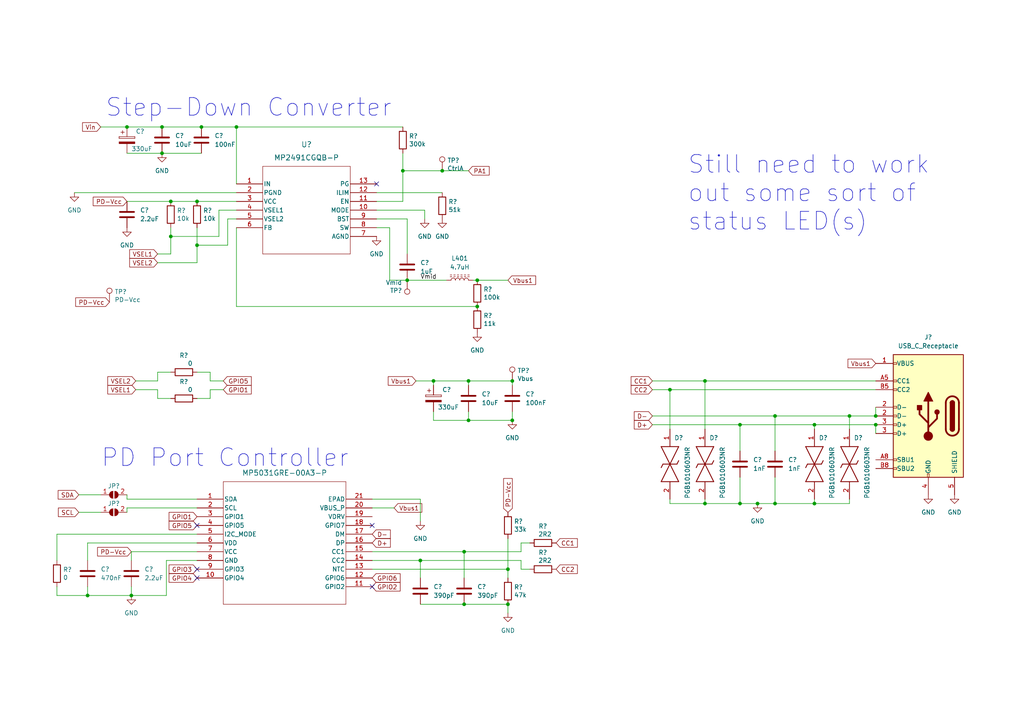
<source format=kicad_sch>
(kicad_sch (version 20211123) (generator eeschema)
  (paper "A4")
  (lib_symbols
    (symbol "Connector:TestPoint" (pin_numbers hide) (pin_names (offset 0.762) hide)
      (property "Reference" "TP" (at 0 6.858 0))
      (property "Value" "TestPoint" (at 0 5.08 0))
      (symbol "TestPoint_0_1"
        (circle (center 0 3.302) (radius 0.762))
      )
      (symbol "TestPoint_1_1"
        (pin passive line (at 0 0 90) (length 2.54) (name "1") (number "1"))
      )
    )
    (symbol "Device:C" (pin_numbers hide) (pin_names (offset 0.254))
      (property "Reference" "C" (at 0.635 2.54 0))
      (property "Value" "C" (at 0.635 -2.54 0))
      (symbol "C_0_1"
        (polyline (pts (xy -2.032 -0.762) (xy 2.032 -0.762)) (stroke (width 0.508)))
        (polyline (pts (xy -2.032 0.762) (xy 2.032 0.762)) (stroke (width 0.508)))
      )
      (symbol "C_1_1"
        (pin passive line (at 0 3.81 270) (length 2.794) (name "~") (number "1"))
        (pin passive line (at 0 -3.81 90) (length 2.794) (name "~") (number "2"))
      )
    )
    (symbol "Device:CP" (pin_numbers hide) (pin_names (offset 0.254))
      (property "Reference" "C" (at 0.635 2.54 0))
      (property "Value" "Device_CP" (at 0.635 -2.54 0))
      (symbol "CP_0_1"
        (rectangle (start -2.286 0.508) (end -2.286 1.016))
        (rectangle (start -2.286 0.508) (end 2.286 0.508))
        (polyline (pts (xy -1.778 2.286) (xy -0.762 2.286)))
        (polyline (pts (xy -1.27 2.794) (xy -1.27 1.778)))
        (rectangle (start 2.286 -0.508) (end -2.286 -1.016) (fill (type outline)))
        (rectangle (start 2.286 1.016) (end -2.286 1.016))
        (rectangle (start 2.286 1.016) (end 2.286 0.508))
      )
      (symbol "CP_1_1"
        (pin passive line (at 0 3.81 270) (length 2.794) (name "~") (number "1"))
        (pin passive line (at 0 -3.81 90) (length 2.794) (name "~") (number "2"))
      )
    )
    (symbol "Device:L_Ferrite" (pin_numbers hide) (pin_names (offset 1.016) hide)
      (property "Reference" "L" (at -1.27 0 90))
      (property "Value" "L_Ferrite" (at 2.794 0 90))
      (symbol "L_Ferrite_0_1"
        (arc (start 0 -2.54) (mid 0.635 -1.905) (end 0 -1.27))
        (arc (start 0 -1.27) (mid 0.635 -0.635) (end 0 0))
        (polyline (pts (xy 1.016 -2.794) (xy 1.016 -2.286)))
        (polyline (pts (xy 1.016 -1.778) (xy 1.016 -1.27)))
        (polyline (pts (xy 1.016 -0.762) (xy 1.016 -0.254)))
        (polyline (pts (xy 1.016 0.254) (xy 1.016 0.762)))
        (polyline (pts (xy 1.016 1.27) (xy 1.016 1.778)))
        (polyline (pts (xy 1.016 2.286) (xy 1.016 2.794)))
        (polyline (pts (xy 1.524 -2.286) (xy 1.524 -2.794)))
        (polyline (pts (xy 1.524 -1.27) (xy 1.524 -1.778)))
        (polyline (pts (xy 1.524 -0.254) (xy 1.524 -0.762)))
        (polyline (pts (xy 1.524 0.762) (xy 1.524 0.254)))
        (polyline (pts (xy 1.524 1.778) (xy 1.524 1.27)))
        (polyline (pts (xy 1.524 2.794) (xy 1.524 2.286)))
        (arc (start 0 0) (mid 0.635 0.635) (end 0 1.27))
        (arc (start 0 1.27) (mid 0.635 1.905) (end 0 2.54))
      )
      (symbol "L_Ferrite_1_1"
        (pin passive line (at 0 3.81 270) (length 1.27) (name "1") (number "1"))
        (pin passive line (at 0 -3.81 90) (length 1.27) (name "2") (number "2"))
      )
    )
    (symbol "Device:R" (pin_numbers hide) (pin_names (offset 0))
      (property "Reference" "R" (at 2.032 0 90))
      (property "Value" "R" (at 0 0 90))
      (symbol "R_0_1"
        (rectangle (start -1.016 -2.54) (end 1.016 2.54) (stroke (width 0.254)))
      )
      (symbol "R_1_1"
        (pin passive line (at 0 3.81 270) (length 1.27) (name "~") (number "1"))
        (pin passive line (at 0 -3.81 90) (length 1.27) (name "~") (number "2"))
      )
    )
    (symbol "Jumper:SolderJumper_2_Open" (pin_names (offset 0) hide)
      (property "Reference" "JP" (at 0 2.032 0))
      (property "Value" "SolderJumper_2_Open" (at 0 -2.54 0))
      (symbol "SolderJumper_2_Open_0_1"
        (arc (start -0.254 1.016) (mid -1.27 0) (end -0.254 -1.016))
        (arc (start -0.254 1.016) (mid -1.27 0) (end -0.254 -1.016) (fill (type outline)))
        (polyline (pts (xy -0.254 1.016) (xy -0.254 -1.016)))
        (polyline (pts (xy 0.254 1.016) (xy 0.254 -1.016)))
        (arc (start 0.254 -1.016) (mid 1.27 0) (end 0.254 1.016))
        (arc (start 0.254 -1.016) (mid 1.27 0) (end 0.254 1.016) (fill (type outline)))
      )
      (symbol "SolderJumper_2_Open_1_1"
        (pin passive line (at -3.81 0 0) (length 2.54) (name "A") (number "1"))
        (pin passive line (at 3.81 0 180) (length 2.54) (name "B") (number "2"))
      )
    )
    (symbol "power:GND" (power) (pin_names (offset 0))
      (property "Value" "GND" (at 0 -3.81 0))
      (symbol "GND_0_1"
        (polyline (pts (xy 0 0) (xy 0 -1.27) (xy 1.27 -1.27) (xy 0 -2.54) (xy -1.27 -1.27) (xy 0 -1.27)))
      )
      (symbol "GND_1_1"
        (pin power_in line (at 0 0 270) (length 0) hide (name "GND") (number "1"))
      )
    )
    (symbol "tinker:MP2491CGQB-P" (pin_names (offset 0.254))
      (property "Reference" "U" (at 20.32 10.16 0))
      (property "Value" "MP2491CGQB-P" (at 20.32 7.62 0))
      (symbol "MP2491CGQB-P_0_1"
        (polyline (pts (xy 7.62 -20.32) (xy 33.02 -20.32)) (stroke (width 0.127)))
        (polyline (pts (xy 7.62 5.08) (xy 7.62 -20.32)) (stroke (width 0.127)))
        (polyline (pts (xy 33.02 -20.32) (xy 33.02 5.08)) (stroke (width 0.127)))
        (polyline (pts (xy 33.02 5.08) (xy 7.62 5.08)) (stroke (width 0.127)))
        (pin power_in line (at 0 0 0) (length 7.62) (name "IN") (number "1"))
        (pin unspecified line (at 40.64 -7.62 180) (length 7.62) (name "MODE") (number "10"))
        (pin unspecified line (at 40.64 -5.08 180) (length 7.62) (name "EN") (number "11"))
        (pin unspecified line (at 40.64 -2.54 180) (length 7.62) (name "ILIM") (number "12"))
        (pin output line (at 40.64 0 180) (length 7.62) (name "PG") (number "13"))
        (pin power_out line (at 0 -2.54 0) (length 7.62) (name "PGND") (number "2"))
        (pin power_in line (at 0 -5.08 0) (length 7.62) (name "VCC") (number "3"))
        (pin unspecified line (at 0 -7.62 0) (length 7.62) (name "VSEL1") (number "4"))
        (pin unspecified line (at 0 -10.16 0) (length 7.62) (name "VSEL2") (number "5"))
        (pin unspecified line (at 0 -12.7 0) (length 7.62) (name "FB") (number "6"))
        (pin power_out line (at 40.64 -15.24 180) (length 7.62) (name "AGND") (number "7"))
        (pin output line (at 40.64 -12.7 180) (length 7.62) (name "SW") (number "8"))
        (pin unspecified line (at 40.64 -10.16 180) (length 7.62) (name "BST") (number "9"))
      )
    )
    (symbol "tinker:MP5031GRE-00A3-P" (pin_names (offset 0.254))
      (property "Reference" "U" (at 25.4 10.16 0))
      (property "Value" "MP5031GRE-00A3-P" (at 25.4 7.62 0))
      (symbol "MP5031GRE-00A3-P_0_1"
        (polyline (pts (xy 7.62 -30.48) (xy 43.18 -30.48)) (stroke (width 0.127)))
        (polyline (pts (xy 7.62 5.08) (xy 7.62 -30.48)) (stroke (width 0.127)))
        (polyline (pts (xy 43.18 -30.48) (xy 43.18 5.08)) (stroke (width 0.127)))
        (polyline (pts (xy 43.18 5.08) (xy 7.62 5.08)) (stroke (width 0.127)))
        (pin bidirectional line (at 0 0 0) (length 7.62) (name "SDA") (number "1"))
        (pin bidirectional line (at 0 -22.86 0) (length 7.62) (name "GPIO4") (number "10"))
        (pin bidirectional line (at 50.8 -25.4 180) (length 7.62) (name "GPIO2") (number "11"))
        (pin bidirectional line (at 50.8 -22.86 180) (length 7.62) (name "GPIO6") (number "12"))
        (pin input line (at 50.8 -20.32 180) (length 7.62) (name "NTC") (number "13"))
        (pin bidirectional line (at 50.8 -17.78 180) (length 7.62) (name "CC2") (number "14"))
        (pin bidirectional line (at 50.8 -15.24 180) (length 7.62) (name "CC1") (number "15"))
        (pin bidirectional line (at 50.8 -12.7 180) (length 7.62) (name "DP") (number "16"))
        (pin bidirectional line (at 50.8 -10.16 180) (length 7.62) (name "DM") (number "17"))
        (pin bidirectional line (at 50.8 -7.62 180) (length 7.62) (name "GPIO7") (number "18"))
        (pin output line (at 50.8 -5.08 180) (length 7.62) (name "VDRV") (number "19"))
        (pin bidirectional line (at 0 -2.54 0) (length 7.62) (name "SCL") (number "2"))
        (pin power_in line (at 50.8 -2.54 180) (length 7.62) (name "VBUS_P") (number "20"))
        (pin power_in line (at 50.8 0 180) (length 7.62) (name "EPAD") (number "21"))
        (pin bidirectional line (at 0 -5.08 0) (length 7.62) (name "GPIO1") (number "3"))
        (pin bidirectional line (at 0 -7.62 0) (length 7.62) (name "GPIO5") (number "4"))
        (pin input line (at 0 -10.16 0) (length 7.62) (name "I2C_MODE") (number "5"))
        (pin power_in line (at 0 -12.7 0) (length 7.62) (name "VDD") (number "6"))
        (pin input line (at 0 -15.24 0) (length 7.62) (name "VCC") (number "7"))
        (pin power_in line (at 0 -17.78 0) (length 7.62) (name "GND") (number "8"))
        (pin bidirectional line (at 0 -20.32 0) (length 7.62) (name "GPIO3") (number "9"))
      )
    )
    (symbol "tinker:PGB1010603NR" (pin_names hide)
      (property "Reference" "D2" (at 2.54 -3.81 90))
      (property "Value" "PGB1010603NR" (at 2.54 3.81 0))
      (symbol "PGB1010603NR_1_1"
        (polyline (pts (xy 5.08 2.54) (xy 5.08 -2.54)) (stroke (width 0.254)))
        (polyline (pts (xy 5.08 2.54) (xy 10.16 0)) (stroke (width 0.254)))
        (polyline (pts (xy 9.144 2.54) (xy 10.16 2.032)) (stroke (width 0.254)))
        (polyline (pts (xy 10.16 -2.032) (xy 10.16 2.032)) (stroke (width 0.254)))
        (polyline (pts (xy 10.16 -2.032) (xy 11.176 -2.54)) (stroke (width 0.254)))
        (polyline (pts (xy 10.16 0) (xy 5.08 -2.54)) (stroke (width 0.254)))
        (polyline (pts (xy 10.16 0) (xy 15.24 -2.54)) (stroke (width 0.254)))
        (polyline (pts (xy 15.24 2.54) (xy 10.16 0)) (stroke (width 0.254)))
        (polyline (pts (xy 15.24 2.54) (xy 15.24 -2.54)) (stroke (width 0.254)))
        (pin passive line (at 0 0 0) (length 5.08) (name "1") (number "1"))
        (pin passive line (at 20.32 0 180) (length 5.08) (name "2") (number "2"))
      )
    )
    (symbol "tinker:USB_C_2.0" (pin_names (offset 1.016))
      (property "Reference" "J" (at -10.16 19.05 0))
      (property "Value" "USB_C_2.0" (at 19.05 19.05 0))
      (symbol "USB_C_2.0_0_0"
        (rectangle (start -0.254 -17.78) (end 0.254 -16.764))
        (rectangle (start 10.16 -14.986) (end 9.144 -15.494))
        (rectangle (start 10.16 -12.446) (end 9.144 -12.954))
        (rectangle (start 10.16 -4.826) (end 9.144 -5.334))
        (rectangle (start 10.16 -2.286) (end 9.144 -2.794))
        (rectangle (start 10.16 0.254) (end 9.144 -0.254))
        (rectangle (start 10.16 2.794) (end 9.144 2.286))
        (rectangle (start 10.16 7.874) (end 9.144 7.366))
        (rectangle (start 10.16 10.414) (end 9.144 9.906))
        (rectangle (start 10.16 15.494) (end 9.144 14.986))
      )
      (symbol "USB_C_2.0_0_1"
        (rectangle (start -10.16 17.78) (end 10.16 -17.78) (stroke (width 0.254)) (fill (type background)))
        (arc (start -8.89 -3.81) (mid -6.985 -5.715) (end -5.08 -3.81) (stroke (width 0.508)))
        (arc (start -7.62 -3.81) (mid -6.985 -4.445) (end -6.35 -3.81) (stroke (width 0.254)))
        (arc (start -7.62 -3.81) (mid -6.985 -4.445) (end -6.35 -3.81) (stroke (width 0.254)) (fill (type outline)))
        (rectangle (start -7.62 -3.81) (end -6.35 3.81) (stroke (width 0.254)) (fill (type outline)))
        (arc (start -6.35 3.81) (mid -6.985 4.445) (end -7.62 3.81) (stroke (width 0.254)))
        (arc (start -6.35 3.81) (mid -6.985 4.445) (end -7.62 3.81) (stroke (width 0.254)) (fill (type outline)))
        (arc (start -5.08 3.81) (mid -6.985 5.715) (end -8.89 3.81) (stroke (width 0.508)))
        (circle (center -2.54 1.143) (radius 0.635) (stroke (width 0.254)) (fill (type outline)))
        (circle (center 0 -5.842) (radius 1.27) (fill (type outline)))
        (polyline (pts (xy -8.89 -3.81) (xy -8.89 3.81)) (stroke (width 0.508)))
        (polyline (pts (xy -5.08 3.81) (xy -5.08 -3.81)) (stroke (width 0.508)))
        (polyline (pts (xy 0 -5.842) (xy 0 4.318)) (stroke (width 0.508)))
        (polyline (pts (xy 0 -3.302) (xy -2.54 -0.762) (xy -2.54 0.508)) (stroke (width 0.508)))
        (polyline (pts (xy 0 -2.032) (xy 2.54 0.508) (xy 2.54 1.778)) (stroke (width 0.508)))
        (polyline (pts (xy -1.27 4.318) (xy 0 6.858) (xy 1.27 4.318) (xy -1.27 4.318)) (stroke (width 0.254)) (fill (type outline)))
        (rectangle (start 1.905 1.778) (end 3.175 3.048) (stroke (width 0.254)) (fill (type outline)))
      )
      (symbol "USB_C_2.0_1_1"
        (pin passive line (at 15.24 15.24 180) (length 5.08) (name "VBUS") (number "1"))
        (pin bidirectional line (at 15.24 0 180) (length 5.08) (name "D-") (number "2"))
        (pin bidirectional line (at 15.24 2.54 180) (length 5.08) (name "D-") (number "2"))
        (pin bidirectional line (at 15.24 -5.08 180) (length 5.08) (name "D+") (number "3"))
        (pin bidirectional line (at 15.24 -2.54 180) (length 5.08) (name "D+") (number "3"))
        (pin passive line (at 0 -22.86 90) (length 5.08) (name "GND") (number "4"))
        (pin passive line (at -7.62 -22.86 90) (length 5.08) (name "SHIELD") (number "5"))
        (pin bidirectional line (at 15.24 10.16 180) (length 5.08) (name "CC1") (number "A5"))
        (pin bidirectional line (at 15.24 -12.7 180) (length 5.08) (name "SBU1") (number "A8"))
        (pin bidirectional line (at 15.24 7.62 180) (length 5.08) (name "CC2") (number "B5"))
        (pin bidirectional line (at 15.24 -15.24 180) (length 5.08) (name "SBU2") (number "B8"))
      )
    )
  )
  (junction (at 46.99 36.83))
  (junction (at 224.79 120.65))
  (junction (at 116.84 49.53))
  (junction (at 128.27 49.53))
  (junction (at 147.32 175.26))
  (junction (at 219.71 146.05))
  (junction (at 36.83 36.83))
  (junction (at 46.99 44.45))
  (junction (at 49.53 58.42))
  (junction (at 236.22 123.19))
  (junction (at 38.1 172.72))
  (junction (at 135.89 121.92))
  (junction (at 254 120.65))
  (junction (at 118.11 81.28))
  (junction (at 58.42 36.83))
  (junction (at 134.62 175.26))
  (junction (at 138.43 81.28))
  (junction (at 214.63 123.19))
  (junction (at 236.22 146.05))
  (junction (at 148.59 121.92))
  (junction (at 138.43 88.9))
  (junction (at 147.32 165.1))
  (junction (at 25.4 172.72))
  (junction (at 204.47 146.05))
  (junction (at 125.73 110.49))
  (junction (at 135.89 110.49))
  (junction (at 57.15 58.42))
  (junction (at 134.62 160.02))
  (junction (at 57.15 71.12))
  (junction (at 214.63 146.05))
  (junction (at 49.53 68.58))
  (junction (at 246.38 120.65))
  (junction (at 68.58 36.83))
  (junction (at 121.92 162.56))
  (junction (at 148.59 110.49))
  (junction (at 224.79 146.05))
  (junction (at 254 123.19))
  (junction (at 194.31 113.03))
  (junction (at 204.47 110.49))
  (no_connect (at 57.15 165.1))
  (no_connect (at 57.15 167.64))
  (no_connect (at 107.95 170.18))
  (no_connect (at 107.95 152.4))
  (no_connect (at 57.15 152.4))
  (no_connect (at 109.22 53.34))
  (wire (pts (xy 45.72 115.57) (xy 49.53 115.57)))
  (wire (pts (xy 60.96 107.95) (xy 57.15 107.95)))
  (wire (pts (xy 57.15 160.02) (xy 38.1 160.02)))
  (wire (pts (xy 63.5 60.96) (xy 63.5 68.58)))
  (wire (pts (xy 151.13 160.02) (xy 134.62 160.02)))
  (wire (pts (xy 116.84 58.42) (xy 116.84 49.53)))
  (wire (pts (xy 189.23 113.03) (xy 194.31 113.03)))
  (wire (pts (xy 68.58 66.04) (xy 68.58 88.9)))
  (wire (pts (xy 236.22 123.19) (xy 236.22 124.46)))
  (wire (pts (xy 68.58 36.83) (xy 68.58 53.34)))
  (wire (pts (xy 36.83 144.78) (xy 36.83 143.51)))
  (wire (pts (xy 107.95 165.1) (xy 147.32 165.1)))
  (wire (pts (xy 121.92 144.78) (xy 121.92 151.13)))
  (wire (pts (xy 236.22 123.19) (xy 254 123.19)))
  (wire (pts (xy 189.23 120.65) (xy 224.79 120.65)))
  (wire (pts (xy 113.03 81.28) (xy 118.11 81.28)))
  (wire (pts (xy 57.15 144.78) (xy 36.83 144.78)))
  (wire (pts (xy 60.96 113.03) (xy 60.96 115.57)))
  (wire (pts (xy 151.13 165.1) (xy 151.13 162.56)))
  (wire (pts (xy 153.67 157.48) (xy 151.13 157.48)))
  (wire (pts (xy 21.59 55.88) (xy 68.58 55.88)))
  (wire (pts (xy 125.73 119.38) (xy 125.73 121.92)))
  (wire (pts (xy 16.51 172.72) (xy 25.4 172.72)))
  (wire (pts (xy 147.32 177.8) (xy 147.32 175.26)))
  (wire (pts (xy 214.63 138.43) (xy 214.63 146.05)))
  (wire (pts (xy 36.83 58.42) (xy 49.53 58.42)))
  (wire (pts (xy 49.53 68.58) (xy 63.5 68.58)))
  (wire (pts (xy 38.1 160.02) (xy 38.1 162.56)))
  (wire (pts (xy 148.59 110.49) (xy 135.89 110.49)))
  (wire (pts (xy 121.92 167.64) (xy 121.92 162.56)))
  (wire (pts (xy 109.22 58.42) (xy 116.84 58.42)))
  (wire (pts (xy 128.27 49.53) (xy 135.89 49.53)))
  (wire (pts (xy 189.23 110.49) (xy 204.47 110.49)))
  (wire (pts (xy 60.96 115.57) (xy 57.15 115.57)))
  (wire (pts (xy 116.84 49.53) (xy 128.27 49.53)))
  (wire (pts (xy 45.72 113.03) (xy 45.72 115.57)))
  (wire (pts (xy 151.13 157.48) (xy 151.13 160.02)))
  (wire (pts (xy 224.79 120.65) (xy 246.38 120.65)))
  (wire (pts (xy 57.15 154.94) (xy 16.51 154.94)))
  (wire (pts (xy 25.4 172.72) (xy 25.4 170.18)))
  (wire (pts (xy 57.15 157.48) (xy 25.4 157.48)))
  (wire (pts (xy 204.47 110.49) (xy 254 110.49)))
  (wire (pts (xy 246.38 120.65) (xy 246.38 124.46)))
  (wire (pts (xy 204.47 146.05) (xy 214.63 146.05)))
  (wire (pts (xy 116.84 49.53) (xy 116.84 44.45)))
  (wire (pts (xy 16.51 154.94) (xy 16.51 162.56)))
  (wire (pts (xy 16.51 170.18) (xy 16.51 172.72)))
  (wire (pts (xy 236.22 146.05) (xy 224.79 146.05)))
  (wire (pts (xy 134.62 160.02) (xy 134.62 167.64)))
  (wire (pts (xy 135.89 111.76) (xy 135.89 110.49)))
  (wire (pts (xy 64.77 113.03) (xy 60.96 113.03)))
  (wire (pts (xy 214.63 123.19) (xy 236.22 123.19)))
  (wire (pts (xy 107.95 144.78) (xy 121.92 144.78)))
  (wire (pts (xy 45.72 76.2) (xy 57.15 76.2)))
  (wire (pts (xy 153.67 165.1) (xy 151.13 165.1)))
  (wire (pts (xy 151.13 162.56) (xy 121.92 162.56)))
  (wire (pts (xy 113.03 66.04) (xy 113.03 81.28)))
  (wire (pts (xy 48.26 162.56) (xy 48.26 172.72)))
  (wire (pts (xy 57.15 147.32) (xy 36.83 147.32)))
  (wire (pts (xy 66.04 63.5) (xy 66.04 71.12)))
  (wire (pts (xy 204.47 144.78) (xy 204.47 146.05)))
  (wire (pts (xy 125.73 121.92) (xy 135.89 121.92)))
  (wire (pts (xy 57.15 58.42) (xy 68.58 58.42)))
  (wire (pts (xy 29.21 36.83) (xy 36.83 36.83)))
  (wire (pts (xy 36.83 36.83) (xy 46.99 36.83)))
  (wire (pts (xy 57.15 71.12) (xy 57.15 76.2)))
  (wire (pts (xy 118.11 81.28) (xy 129.54 81.28)))
  (wire (pts (xy 39.37 110.49) (xy 45.72 110.49)))
  (wire (pts (xy 148.59 119.38) (xy 148.59 121.92)))
  (wire (pts (xy 109.22 55.88) (xy 128.27 55.88)))
  (wire (pts (xy 137.16 81.28) (xy 138.43 81.28)))
  (wire (pts (xy 22.86 148.59) (xy 29.21 148.59)))
  (wire (pts (xy 49.53 58.42) (xy 57.15 58.42)))
  (wire (pts (xy 39.37 113.03) (xy 45.72 113.03)))
  (wire (pts (xy 246.38 144.78) (xy 246.38 146.05)))
  (wire (pts (xy 138.43 81.28) (xy 147.32 81.28)))
  (wire (pts (xy 60.96 110.49) (xy 60.96 107.95)))
  (wire (pts (xy 214.63 123.19) (xy 214.63 130.81)))
  (wire (pts (xy 107.95 147.32) (xy 114.3 147.32)))
  (wire (pts (xy 254 118.11) (xy 254 120.65)))
  (wire (pts (xy 224.79 120.65) (xy 224.79 130.81)))
  (wire (pts (xy 49.53 68.58) (xy 49.53 66.04)))
  (wire (pts (xy 57.15 71.12) (xy 57.15 66.04)))
  (wire (pts (xy 125.73 110.49) (xy 120.65 110.49)))
  (wire (pts (xy 224.79 146.05) (xy 219.71 146.05)))
  (wire (pts (xy 148.59 111.76) (xy 148.59 110.49)))
  (wire (pts (xy 45.72 110.49) (xy 45.72 107.95)))
  (wire (pts (xy 123.19 60.96) (xy 123.19 63.5)))
  (wire (pts (xy 189.23 123.19) (xy 214.63 123.19)))
  (wire (pts (xy 194.31 113.03) (xy 254 113.03)))
  (wire (pts (xy 36.83 44.45) (xy 46.99 44.45)))
  (wire (pts (xy 214.63 146.05) (xy 219.71 146.05)))
  (wire (pts (xy 116.84 36.83) (xy 68.58 36.83)))
  (wire (pts (xy 254 123.19) (xy 254 125.73)))
  (wire (pts (xy 48.26 172.72) (xy 38.1 172.72)))
  (wire (pts (xy 64.77 110.49) (xy 60.96 110.49)))
  (wire (pts (xy 38.1 172.72) (xy 25.4 172.72)))
  (wire (pts (xy 58.42 36.83) (xy 68.58 36.83)))
  (wire (pts (xy 57.15 162.56) (xy 48.26 162.56)))
  (wire (pts (xy 135.89 110.49) (xy 125.73 110.49)))
  (wire (pts (xy 125.73 111.76) (xy 125.73 110.49)))
  (wire (pts (xy 147.32 156.21) (xy 147.32 165.1)))
  (wire (pts (xy 68.58 63.5) (xy 66.04 63.5)))
  (wire (pts (xy 194.31 113.03) (xy 194.31 124.46)))
  (wire (pts (xy 147.32 167.64) (xy 147.32 165.1)))
  (wire (pts (xy 46.99 44.45) (xy 58.42 44.45)))
  (wire (pts (xy 22.86 143.51) (xy 29.21 143.51)))
  (wire (pts (xy 66.04 71.12) (xy 57.15 71.12)))
  (wire (pts (xy 236.22 144.78) (xy 236.22 146.05)))
  (wire (pts (xy 109.22 66.04) (xy 113.03 66.04)))
  (wire (pts (xy 25.4 157.48) (xy 25.4 162.56)))
  (wire (pts (xy 224.79 138.43) (xy 224.79 146.05)))
  (wire (pts (xy 118.11 73.66) (xy 118.11 63.5)))
  (wire (pts (xy 49.53 68.58) (xy 49.53 73.66)))
  (wire (pts (xy 68.58 88.9) (xy 138.43 88.9)))
  (wire (pts (xy 135.89 121.92) (xy 148.59 121.92)))
  (wire (pts (xy 107.95 160.02) (xy 134.62 160.02)))
  (wire (pts (xy 118.11 63.5) (xy 109.22 63.5)))
  (wire (pts (xy 204.47 110.49) (xy 204.47 124.46)))
  (wire (pts (xy 246.38 146.05) (xy 236.22 146.05)))
  (wire (pts (xy 246.38 120.65) (xy 254 120.65)))
  (wire (pts (xy 36.83 147.32) (xy 36.83 148.59)))
  (wire (pts (xy 38.1 170.18) (xy 38.1 172.72)))
  (wire (pts (xy 68.58 60.96) (xy 63.5 60.96)))
  (wire (pts (xy 135.89 119.38) (xy 135.89 121.92)))
  (wire (pts (xy 45.72 73.66) (xy 49.53 73.66)))
  (wire (pts (xy 121.92 175.26) (xy 134.62 175.26)))
  (wire (pts (xy 194.31 146.05) (xy 204.47 146.05)))
  (wire (pts (xy 194.31 144.78) (xy 194.31 146.05)))
  (wire (pts (xy 45.72 107.95) (xy 49.53 107.95)))
  (wire (pts (xy 107.95 162.56) (xy 121.92 162.56)))
  (wire (pts (xy 109.22 60.96) (xy 123.19 60.96)))
  (wire (pts (xy 46.99 36.83) (xy 58.42 36.83)))
  (wire (pts (xy 134.62 175.26) (xy 147.32 175.26)))
  (text "PD Port Controller" (at 29.21 135.89 0) (effects (font (size 5.12 5.12)) (justify left bottom)))
  (text "Still need to work\nout some sort of\nstatus LED(s)" (at 199.39 67.31 0) (effects (font (size 5.12 5.12)) (justify left bottom)))
  (text "Step-Down Converter" (at 30.48 34.29 0) (effects (font (size 5.12 5.12)) (justify left bottom)))
  (label "Vmid" (at 121.92 81.28 0))
  (global_label "GPIO2" (shape input) (at 107.95 170.18 0) (property "Intersheet References" "${INTERSHEET_REFS}" (effects hide)))
  (global_label "PA1" (shape input) (at 135.89 49.53 0) (property "Intersheet References" "${INTERSHEET_REFS}" (effects hide)))
  (global_label "D+" (shape input) (at 107.95 157.48 0) (property "Intersheet References" "${INTERSHEET_REFS}" (effects hide)))
  (global_label "Vbus1" (shape input) (at 120.65 110.49 180) (property "Intersheet References" "${INTERSHEET_REFS}" (effects hide)))
  (global_label "PD-Vcc" (shape input) (at 147.32 148.59 90) (property "Intersheet References" "${INTERSHEET_REFS}" (effects hide)))
  (global_label "VSEL2" (shape input) (at 39.37 110.49 180) (property "Intersheet References" "${INTERSHEET_REFS}" (effects hide)))
  (global_label "CC1" (shape input) (at 189.23 110.49 180) (property "Intersheet References" "${INTERSHEET_REFS}" (effects hide)))
  (global_label "SCL" (shape input) (at 22.86 148.59 180) (property "Intersheet References" "${INTERSHEET_REFS}" (effects hide)))
  (global_label "Vbus1" (shape input) (at 114.3 147.32 0) (property "Intersheet References" "${INTERSHEET_REFS}" (effects hide)))
  (global_label "CC2" (shape input) (at 189.23 113.03 180) (property "Intersheet References" "${INTERSHEET_REFS}" (effects hide)))
  (global_label "PD-Vcc" (shape input) (at 31.75 87.63 180) (property "Intersheet References" "${INTERSHEET_REFS}" (effects hide)))
  (global_label "GPIO1" (shape input) (at 64.77 113.03 0) (property "Intersheet References" "${INTERSHEET_REFS}" (effects hide)))
  (global_label "D-" (shape input) (at 189.23 120.65 180) (property "Intersheet References" "${INTERSHEET_REFS}" (effects hide)))
  (global_label "VSEL1" (shape input) (at 39.37 113.03 180) (property "Intersheet References" "${INTERSHEET_REFS}" (effects hide)))
  (global_label "GPIO6" (shape input) (at 107.95 167.64 0) (property "Intersheet References" "${INTERSHEET_REFS}" (effects hide)))
  (global_label "GPIO5" (shape input) (at 57.15 152.4 180) (property "Intersheet References" "${INTERSHEET_REFS}" (effects hide)))
  (global_label "CC2" (shape input) (at 161.29 165.1 0) (property "Intersheet References" "${INTERSHEET_REFS}" (effects hide)))
  (global_label "PD-Vcc" (shape input) (at 36.83 58.42 180) (property "Intersheet References" "${INTERSHEET_REFS}" (effects hide)))
  (global_label "D+" (shape input) (at 189.23 123.19 180) (property "Intersheet References" "${INTERSHEET_REFS}" (effects hide)))
  (global_label "SDA" (shape input) (at 22.86 143.51 180) (property "Intersheet References" "${INTERSHEET_REFS}" (effects hide)))
  (global_label "CC1" (shape input) (at 161.29 157.48 0) (property "Intersheet References" "${INTERSHEET_REFS}" (effects hide)))
  (global_label "VSEL2" (shape input) (at 45.72 76.2 180) (property "Intersheet References" "${INTERSHEET_REFS}" (effects hide)))
  (global_label "GPIO5" (shape input) (at 64.77 110.49 0) (property "Intersheet References" "${INTERSHEET_REFS}" (effects hide)))
  (global_label "VSEL1" (shape input) (at 45.72 73.66 180) (property "Intersheet References" "${INTERSHEET_REFS}" (effects hide)))
  (global_label "D-" (shape input) (at 107.95 154.94 0) (property "Intersheet References" "${INTERSHEET_REFS}" (effects hide)))
  (global_label "GPIO4" (shape input) (at 57.15 167.64 180) (property "Intersheet References" "${INTERSHEET_REFS}" (effects hide)))
  (global_label "Vbus1" (shape input) (at 254 105.41 180) (property "Intersheet References" "${INTERSHEET_REFS}" (effects hide)))
  (global_label "GPIO1" (shape input) (at 57.15 149.86 180) (property "Intersheet References" "${INTERSHEET_REFS}" (effects hide)))
  (global_label "GPIO3" (shape input) (at 57.15 165.1 180) (property "Intersheet References" "${INTERSHEET_REFS}" (effects hide)))
  (global_label "Vin" (shape input) (at 29.21 36.83 180) (property "Intersheet References" "${INTERSHEET_REFS}" (effects hide)))
  (global_label "Vbus1" (shape input) (at 147.32 81.28 0) (property "Intersheet References" "${INTERSHEET_REFS}" (effects hide)))
  (global_label "PD-Vcc" (shape input) (at 38.1 160.02 180) (property "Intersheet References" "${INTERSHEET_REFS}" (effects hide)))
  (symbol (lib_id "Jumper:SolderJumper_2_Open") (at 33.02 143.51 0) (unit 1)
    (property "Reference" "JP?" (at 33.02 140.97 0))
    (property "Value" "SolderJumper_2_Open" (effects hide))
    (property "Footprint" "Jumper:SolderJumper-2_P1.3mm_Open_RoundedPad1.0x1.5mm" (effects hide))
  )
  (symbol (lib_id "Device:C") (at 58.42 40.64 0) (unit 1)
    (property "Reference" "C?" (at 62.23 39.3699 0) (effects (justify left)))
    (property "Value" "100nF" (at 62.23 41.9099 0) (effects (justify left)))
    (property "Footprint" "Capacitor_SMD:C_0603_1608Metric" (effects hide))
  )
  (symbol (lib_id "Device:C") (at 118.11 77.47 0) (unit 1)
    (property "Reference" "C?" (at 121.92 76.1999 0) (effects (justify left)))
    (property "Value" "1uF" (at 121.92 78.7399 0) (effects (justify left)))
    (property "Footprint" "Capacitor_SMD:C_0603_1608Metric" (effects hide))
  )
  (symbol (lib_id "Device:C") (at 121.92 171.45 0) (unit 1)
    (property "Reference" "C?" (at 125.73 170.1799 0) (effects (justify left)))
    (property "Value" "390pF" (at 125.73 172.7199 0) (effects (justify left)))
    (property "Footprint" "Capacitor_SMD:C_0603_1608Metric" (effects hide))
  )
  (symbol (lib_id "Device:C") (at 38.1 166.37 0) (unit 1)
    (property "Reference" "C?" (at 41.91 165.0999 0) (effects (justify left)))
    (property "Value" "2.2uF" (at 41.91 167.6399 0) (effects (justify left)))
    (property "Footprint" "Capacitor_SMD:C_0603_1608Metric" (effects hide))
  )
  (symbol (lib_id "Device:C") (at 224.79 134.62 0) (unit 1)
    (property "Reference" "C?" (at 228.6 133.3499 0) (effects (justify left)))
    (property "Value" "1nF" (at 228.6 135.8899 0) (effects (justify left)))
    (property "Footprint" "Capacitor_SMD:C_0603_1608Metric" (effects hide))
  )
  (symbol (lib_id "power:GND") (at 38.1 172.72 0) (unit 1)
    (property "Reference" "#PWR?" (effects hide))
    (property "Value" "GND" (at 38.1 177.8 0))
  )
  (symbol (lib_id "power:GND") (at 36.83 66.04 0) (unit 1)
    (property "Reference" "#PWR?" (effects hide))
    (property "Value" "GND" (at 36.83 71.12 0))
  )
  (symbol (lib_id "Connector:TestPoint") (at 118.11 81.28 180) (unit 1)
    (property "Reference" "TP?" (at 116.6368 84.2772 0) (effects (justify left)))
    (property "Value" "Vmid" (at 116.6368 81.9658 0) (effects (justify left)))
    (property "Footprint" "tinker:TestPoint_THTPad_D1.0mm_Drill0.5mm" (effects hide))
  )
  (symbol (lib_id "tinker:USB_C_2.0") (at 269.24 120.65 0) (mirror y) (unit 1)
    (property "Reference" "J?" (at 269.24 97.79 0))
    (property "Value" "USB_C_Receptacle" (at 269.24 100.33 0))
    (property "Footprint" "tinker:USB_C_Receptacle_HRO_TYPE-C-31-M-12" (effects hide))
    (property "Datasheet" "https://www.usb.org/sites/default/files/documents/usb_type-c.zip" (effects hide))
  )
  (symbol (lib_id "power:GND") (at 128.27 63.5 0) (unit 1)
    (property "Reference" "#PWR?" (effects hide))
    (property "Value" "GND" (at 128.27 68.58 0))
  )
  (symbol (lib_id "power:GND") (at 148.59 121.92 0) (unit 1)
    (property "Reference" "#PWR?" (effects hide))
    (property "Value" "GND" (at 148.59 127 0))
  )
  (symbol (lib_id "Device:C") (at 135.89 115.57 0) (unit 1)
    (property "Reference" "C?" (at 139.7 114.2999 0) (effects (justify left)))
    (property "Value" "10uF" (at 139.7 116.8399 0) (effects (justify left)))
    (property "Footprint" "Capacitor_SMD:C_1206_3216Metric" (effects hide))
  )
  (symbol (lib_id "tinker:PGB1010603NR") (at 246.38 124.46 270) (unit 1)
    (property "Reference" "D?" (at 247.65 127 90) (effects (justify left)))
    (property "Value" "PGB1010603NR" (at 251.46 129.54 0) (effects (justify left)))
    (property "Footprint" "tinker:PGB1010603NRHF" (effects hide))
    (property "Reference_1" "D" (effects hide))
    (property "Value_1" "PGB1010603NR" (effects hide))
    (property "Footprint_1" "PGB1010603NRHF" (effects hide))
    (property "Datasheet_1" "https://www.littelfuse.com/data/en/data_sheets/littelfuse_pulseguard-esd_pgb1.pdf" (effects hide))
    (property "Height" "0.36" (effects hide))
    (property "Manufacturer_Name" "LITTELFUSE" (effects hide))
    (property "Manufacturer_Part_Number" "PGB1010603NR" (effects hide))
    (property "Mouser Part Number" "576-PGB1010603NR" (effects hide))
    (property "Mouser Price/Stock" "https://www.mouser.co.uk/ProductDetail/Littelfuse/PGB1010603NR?qs=gu7KAQ731UTJOoBJUwB8FA%3D%3D" (effects hide))
    (property "Arrow Part Number" "PGB1010603NR" (effects hide))
    (property "Arrow Price/Stock" "https://www.arrow.com/en/products/pgb1010603nr/littelfuse?region=nac" (effects hide))
  )
  (symbol (lib_id "Device:CP") (at 125.73 115.57 0) (unit 1)
    (property "Reference" "C?" (at 128.27 113.03 0) (effects (justify left)))
    (property "Value" "330uF" (at 127 118.11 0) (effects (justify left)))
    (property "Footprint" "Capacitor_SMD:CP_Elec_10x7.7" (effects hide))
  )
  (symbol (lib_id "Device:R") (at 138.43 92.71 0) (unit 1)
    (property "Reference" "R?" (at 140.208 91.5416 0) (effects (justify left)))
    (property "Value" "11k" (at 140.208 93.853 0) (effects (justify left)))
    (property "Footprint" "Resistor_SMD:R_0603_1608Metric" (effects hide))
  )
  (symbol (lib_id "power:GND") (at 269.24 143.51 0) (unit 1)
    (property "Reference" "#PWR?" (effects hide))
    (property "Value" "GND" (at 269.24 148.59 0))
  )
  (symbol (lib_id "power:GND") (at 138.43 96.52 0) (unit 1)
    (property "Reference" "#PWR?" (effects hide))
    (property "Value" "GND" (at 138.43 101.6 0))
  )
  (symbol (lib_id "Device:R") (at 116.84 40.64 0) (unit 1)
    (property "Reference" "R?" (at 118.618 39.4716 0) (effects (justify left)))
    (property "Value" "300k" (at 118.618 41.783 0) (effects (justify left)))
    (property "Footprint" "Resistor_SMD:R_0603_1608Metric" (effects hide))
  )
  (symbol (lib_id "Device:C") (at 25.4 166.37 0) (unit 1)
    (property "Reference" "C?" (at 29.21 165.0999 0) (effects (justify left)))
    (property "Value" "470nF" (at 29.21 167.6399 0) (effects (justify left)))
    (property "Footprint" "Capacitor_SMD:C_0603_1608Metric" (effects hide))
  )
  (symbol (lib_id "power:GND") (at 123.19 63.5 0) (unit 1)
    (property "Reference" "#PWR?" (effects hide))
    (property "Value" "GND" (at 123.19 68.58 0))
  )
  (symbol (lib_id "Device:C") (at 214.63 134.62 0) (unit 1)
    (property "Reference" "C?" (at 218.44 133.3499 0) (effects (justify left)))
    (property "Value" "1nF" (at 218.44 135.8899 0) (effects (justify left)))
    (property "Footprint" "Capacitor_SMD:C_0603_1608Metric" (effects hide))
  )
  (symbol (lib_id "Device:R") (at 157.48 165.1 90) (unit 1)
    (property "Reference" "R?" (at 158.75 160.2486 90) (effects (justify left)))
    (property "Value" "2R2" (at 160.02 162.56 90) (effects (justify left)))
    (property "Footprint" "Resistor_SMD:R_0603_1608Metric" (effects hide))
  )
  (symbol (lib_id "power:GND") (at 219.71 146.05 0) (unit 1)
    (property "Reference" "#PWR?" (effects hide))
    (property "Value" "GND" (at 219.71 151.13 0))
  )
  (symbol (lib_id "tinker:PGB1010603NR") (at 194.31 124.46 270) (unit 1)
    (property "Reference" "D?" (at 195.58 127 90) (effects (justify left)))
    (property "Value" "PGB1010603NR" (at 199.39 129.54 0) (effects (justify left)))
    (property "Footprint" "tinker:PGB1010603NRHF" (effects hide))
    (property "Reference_1" "D" (effects hide))
    (property "Value_1" "PGB1010603NR" (effects hide))
    (property "Footprint_1" "PGB1010603NRHF" (effects hide))
    (property "Datasheet_1" "https://www.littelfuse.com/data/en/data_sheets/littelfuse_pulseguard-esd_pgb1.pdf" (effects hide))
    (property "Height" "0.36" (effects hide))
    (property "Manufacturer_Name" "LITTELFUSE" (effects hide))
    (property "Manufacturer_Part_Number" "PGB1010603NR" (effects hide))
    (property "Mouser Part Number" "576-PGB1010603NR" (effects hide))
    (property "Mouser Price/Stock" "https://www.mouser.co.uk/ProductDetail/Littelfuse/PGB1010603NR?qs=gu7KAQ731UTJOoBJUwB8FA%3D%3D" (effects hide))
    (property "Arrow Part Number" "PGB1010603NR" (effects hide))
    (property "Arrow Price/Stock" "https://www.arrow.com/en/products/pgb1010603nr/littelfuse?region=nac" (effects hide))
  )
  (symbol (lib_id "Connector:TestPoint") (at 128.27 49.53 0) (unit 1)
    (property "Reference" "TP?" (at 129.7432 46.5328 0) (effects (justify left)))
    (property "Value" "CtrlA" (at 129.7432 48.8442 0) (effects (justify left)))
    (property "Footprint" "tinker:TestPoint_THTPad_D1.0mm_Drill0.5mm" (effects hide))
  )
  (symbol (lib_id "Device:R") (at 57.15 62.23 0) (unit 1)
    (property "Reference" "R?" (at 58.928 61.0616 0) (effects (justify left)))
    (property "Value" "10k" (at 58.928 63.373 0) (effects (justify left)))
    (property "Footprint" "Resistor_SMD:R_0603_1608Metric" (effects hide))
  )
  (symbol (lib_id "power:GND") (at 276.86 143.51 0) (unit 1)
    (property "Reference" "#PWR?" (effects hide))
    (property "Value" "GND" (at 276.86 148.59 0))
  )
  (symbol (lib_id "tinker:PGB1010603NR") (at 236.22 124.46 270) (unit 1)
    (property "Reference" "D?" (at 237.49 127 90) (effects (justify left)))
    (property "Value" "PGB1010603NR" (at 241.3 129.54 0) (effects (justify left)))
    (property "Footprint" "tinker:PGB1010603NRHF" (effects hide))
    (property "Reference_1" "D" (effects hide))
    (property "Value_1" "PGB1010603NR" (effects hide))
    (property "Footprint_1" "PGB1010603NRHF" (effects hide))
    (property "Datasheet_1" "https://www.littelfuse.com/data/en/data_sheets/littelfuse_pulseguard-esd_pgb1.pdf" (effects hide))
    (property "Height" "0.36" (effects hide))
    (property "Manufacturer_Name" "LITTELFUSE" (effects hide))
    (property "Manufacturer_Part_Number" "PGB1010603NR" (effects hide))
    (property "Mouser Part Number" "576-PGB1010603NR" (effects hide))
    (property "Mouser Price/Stock" "https://www.mouser.co.uk/ProductDetail/Littelfuse/PGB1010603NR?qs=gu7KAQ731UTJOoBJUwB8FA%3D%3D" (effects hide))
    (property "Arrow Part Number" "PGB1010603NR" (effects hide))
    (property "Arrow Price/Stock" "https://www.arrow.com/en/products/pgb1010603nr/littelfuse?region=nac" (effects hide))
  )
  (symbol (lib_id "Connector:TestPoint") (at 31.75 87.63 0) (unit 1)
    (property "Reference" "TP?" (at 33.2232 84.6328 0) (effects (justify left)))
    (property "Value" "PD-Vcc" (at 33.2232 86.9442 0) (effects (justify left)))
    (property "Footprint" "tinker:TestPoint_THTPad_D1.0mm_Drill0.5mm" (effects hide))
  )
  (symbol (lib_id "Device:C") (at 46.99 40.64 0) (unit 1)
    (property "Reference" "C?" (at 50.8 39.3699 0) (effects (justify left)))
    (property "Value" "10uF" (at 50.8 41.9099 0) (effects (justify left)))
    (property "Footprint" "Capacitor_SMD:C_1206_3216Metric" (effects hide))
  )
  (symbol (lib_id "tinker:MP5031GRE-00A3-P") (at 57.15 144.78 0) (unit 1)
    (property "Reference" "U?" (at 369.57 -21.59 0) (effects (font (size 1.524 1.524))))
    (property "Value" "MP5031GRE-00A3-P" (at 82.55 137.16 0) (effects (font (size 1.524 1.524))))
    (property "Footprint" "tinker:QFN-20_MP5031_MNP" (effects hide))
    (property "Datasheet" "MP5031GRE-00A3-P" (effects hide))
  )
  (symbol (lib_id "Device:C") (at 36.83 62.23 0) (unit 1)
    (property "Reference" "C?" (at 40.64 60.9599 0) (effects (justify left)))
    (property "Value" "2.2uF" (at 40.64 63.4999 0) (effects (justify left)))
    (property "Footprint" "Capacitor_SMD:C_0603_1608Metric" (effects hide))
  )
  (symbol (lib_id "Device:L_Ferrite") (at 133.35 81.28 90) (unit 1)
    (property "Reference" "L401" (at 133.35 74.93 90))
    (property "Value" "4.7uH" (at 133.35 77.47 90))
    (property "Footprint" "tinker:IND-SMD_L7.1-W6.6" (effects hide))
    (property "LCSC" "C2983090" (effects hide))
  )
  (symbol (lib_id "power:GND") (at 121.92 151.13 0) (unit 1)
    (property "Reference" "#PWR?" (effects hide))
    (property "Value" "GND" (at 121.92 156.21 0))
  )
  (symbol (lib_id "Device:CP") (at 36.83 40.64 0) (unit 1)
    (property "Reference" "C?" (at 39.37 38.1 0) (effects (justify left)))
    (property "Value" "330uF" (at 38.1 43.18 0) (effects (justify left)))
    (property "Footprint" "Capacitor_SMD:CP_Elec_10x7.7" (effects hide))
  )
  (symbol (lib_id "Device:R") (at 53.34 107.95 90) (unit 1)
    (property "Reference" "R?" (at 54.61 103.0986 90) (effects (justify left)))
    (property "Value" "0" (at 55.88 105.41 90) (effects (justify left)))
    (property "Footprint" "Resistor_SMD:R_0603_1608Metric" (effects hide))
  )
  (symbol (lib_id "power:GND") (at 46.99 44.45 0) (unit 1)
    (property "Reference" "#PWR?" (effects hide))
    (property "Value" "GND" (at 46.99 49.53 0))
  )
  (symbol (lib_id "power:GND") (at 109.22 68.58 0) (unit 1)
    (property "Reference" "#PWR?" (effects hide))
    (property "Value" "GND" (at 109.22 73.66 0))
  )
  (symbol (lib_id "power:GND") (at 21.59 55.88 0) (unit 1)
    (property "Reference" "#PWR?" (effects hide))
    (property "Value" "GND" (at 21.59 60.96 0))
  )
  (symbol (lib_id "tinker:MP2491CGQB-P") (at 68.58 53.34 0) (unit 1)
    (property "Reference" "U?" (at 88.9 41.91 0) (effects (font (size 1.524 1.524))))
    (property "Value" "MP2491CGQB-P" (at 88.9 45.72 0) (effects (font (size 1.524 1.524))))
    (property "Footprint" "tinker:QFN-13_2p5MMx3MM_MNP" (effects hide))
    (property "Datasheet" "MP2491CGQB-P" (effects hide))
    (property "LCSC" "C3187970" (effects hide))
  )
  (symbol (lib_id "tinker:PGB1010603NR") (at 204.47 124.46 270) (unit 1)
    (property "Reference" "D?" (at 205.74 127 90) (effects (justify left)))
    (property "Value" "PGB1010603NR" (at 209.55 129.54 0) (effects (justify left)))
    (property "Footprint" "tinker:PGB1010603NRHF" (effects hide))
    (property "Reference_1" "D" (effects hide))
    (property "Value_1" "PGB1010603NR" (effects hide))
    (property "Footprint_1" "PGB1010603NRHF" (effects hide))
    (property "Datasheet_1" "https://www.littelfuse.com/data/en/data_sheets/littelfuse_pulseguard-esd_pgb1.pdf" (effects hide))
    (property "Height" "0.36" (effects hide))
    (property "Manufacturer_Name" "LITTELFUSE" (effects hide))
    (property "Manufacturer_Part_Number" "PGB1010603NR" (effects hide))
    (property "Mouser Part Number" "576-PGB1010603NR" (effects hide))
    (property "Mouser Price/Stock" "https://www.mouser.co.uk/ProductDetail/Littelfuse/PGB1010603NR?qs=gu7KAQ731UTJOoBJUwB8FA%3D%3D" (effects hide))
    (property "Arrow Part Number" "PGB1010603NR" (effects hide))
    (property "Arrow Price/Stock" "https://www.arrow.com/en/products/pgb1010603nr/littelfuse?region=nac" (effects hide))
  )
  (symbol (lib_id "Device:C") (at 134.62 171.45 0) (unit 1)
    (property "Reference" "C?" (at 138.43 170.1799 0) (effects (justify left)))
    (property "Value" "390pF" (at 138.43 172.7199 0) (effects (justify left)))
    (property "Footprint" "Capacitor_SMD:C_0603_1608Metric" (effects hide))
  )
  (symbol (lib_id "Device:R") (at 147.32 152.4 0) (unit 1)
    (property "Reference" "R?" (at 149.098 151.2316 0) (effects (justify left)))
    (property "Value" "33k" (at 149.098 153.543 0) (effects (justify left)))
    (property "Footprint" "Resistor_SMD:R_0603_1608Metric" (effects hide))
  )
  (symbol (lib_id "Jumper:SolderJumper_2_Open") (at 33.02 148.59 0) (unit 1)
    (property "Reference" "JP?" (at 33.02 146.05 0))
    (property "Value" "SolderJumper_2_Open" (effects hide))
    (property "Footprint" "Jumper:SolderJumper-2_P1.3mm_Open_RoundedPad1.0x1.5mm" (effects hide))
  )
  (symbol (lib_id "Device:R") (at 128.27 59.69 0) (unit 1)
    (property "Reference" "R?" (at 130.048 58.5216 0) (effects (justify left)))
    (property "Value" "51k" (at 130.048 60.833 0) (effects (justify left)))
    (property "Footprint" "Resistor_SMD:R_0603_1608Metric" (effects hide))
  )
  (symbol (lib_id "Connector:TestPoint") (at 148.59 110.49 0) (unit 1)
    (property "Reference" "TP?" (at 150.0632 107.4928 0) (effects (justify left)))
    (property "Value" "Vbus" (at 150.0632 109.8042 0) (effects (justify left)))
    (property "Footprint" "tinker:TestPoint_THTPad_D1.0mm_Drill0.5mm" (effects hide))
  )
  (symbol (lib_id "Device:R") (at 138.43 85.09 0) (unit 1)
    (property "Reference" "R?" (at 140.208 83.9216 0) (effects (justify left)))
    (property "Value" "100k" (at 140.208 86.233 0) (effects (justify left)))
    (property "Footprint" "Resistor_SMD:R_0603_1608Metric" (effects hide))
  )
  (symbol (lib_id "Device:R") (at 157.48 157.48 90) (unit 1)
    (property "Reference" "R?" (at 158.75 152.6286 90) (effects (justify left)))
    (property "Value" "2R2" (at 160.02 154.94 90) (effects (justify left)))
    (property "Footprint" "Resistor_SMD:R_0603_1608Metric" (effects hide))
  )
  (symbol (lib_id "Device:R") (at 53.34 115.57 90) (unit 1)
    (property "Reference" "R?" (at 54.61 110.7186 90) (effects (justify left)))
    (property "Value" "0" (at 55.88 113.03 90) (effects (justify left)))
    (property "Footprint" "Resistor_SMD:R_0603_1608Metric" (effects hide))
  )
  (symbol (lib_id "power:GND") (at 147.32 177.8 0) (unit 1)
    (property "Reference" "#PWR?" (effects hide))
    (property "Value" "GND" (at 147.32 182.88 0))
  )
  (symbol (lib_id "Device:C") (at 148.59 115.57 0) (unit 1)
    (property "Reference" "C?" (at 152.4 114.2999 0) (effects (justify left)))
    (property "Value" "100nF" (at 152.4 116.8399 0) (effects (justify left)))
    (property "Footprint" "Capacitor_SMD:C_0603_1608Metric" (effects hide))
  )
  (symbol (lib_id "Device:R") (at 49.53 62.23 0) (unit 1)
    (property "Reference" "R?" (at 51.308 61.0616 0) (effects (justify left)))
    (property "Value" "10k" (at 51.308 63.373 0) (effects (justify left)))
    (property "Footprint" "Resistor_SMD:R_0603_1608Metric" (effects hide))
  )
  (symbol (lib_id "Device:R") (at 147.32 171.45 0) (unit 1)
    (property "Reference" "R?" (at 149.098 170.2816 0) (effects (justify left)))
    (property "Value" "47k" (at 149.098 172.593 0) (effects (justify left)))
    (property "Footprint" "Resistor_SMD:R_0603_1608Metric" (effects hide))
  )
  (symbol (lib_id "Device:R") (at 16.51 166.37 0) (unit 1)
    (property "Reference" "R?" (at 18.288 165.2016 0) (effects (justify left)))
    (property "Value" "0" (at 18.288 167.513 0) (effects (justify left)))
    (property "Footprint" "Resistor_SMD:R_0603_1608Metric" (effects hide))
  )
)
</source>
